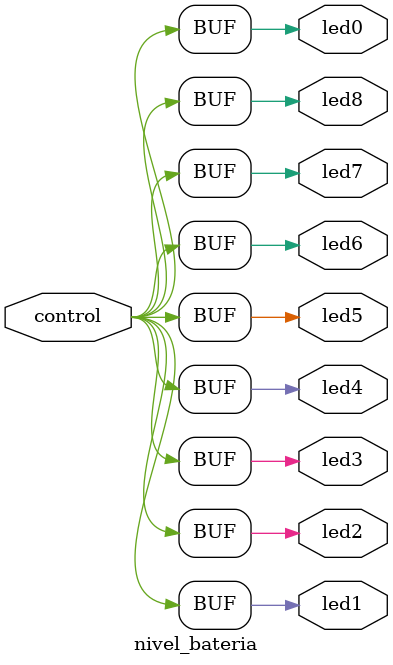
<source format=v>
module nivel_bateria (
    input wire control,      // Entrada de controle da saída do módulo ligar
    output wire led1,        // LEDs que indicam que a bateria está no nível 1
    output wire led2,
    output wire led3,
    output wire led4,
    output wire led5,
    output wire led6,
    output wire led7,
    output wire led8,
    output wire led0
);

    // Fios intermediários para controlar os LEDs
    wire not_control;   // Fio para a inversão do controle

    // Inversor para o sinal de controle
    not inv1 (not_control, control);

    // Controle do LED 0 - acende apenas quando control = 0
    //and and_led0 (led0, not_control, 1'b1); 

    // Controle dos LEDs 1 a 9 - acendem somente quando control = 1
    and and_led1 (led1, control, 1'b1);
    and and_led2 (led2, control, 1'b1);
    and and_led3 (led3, control, 1'b1);
    and and_led4 (led4, control, 1'b1);
    and and_led5 (led5, control, 1'b1);
    and and_led6 (led6, control, 1'b1);
    and and_led7 (led7, control, 1'b1);
    and and_led8 (led8, control, 1'b1);
    and and_led0 (led0, control, 1'b1);

endmodule
</source>
